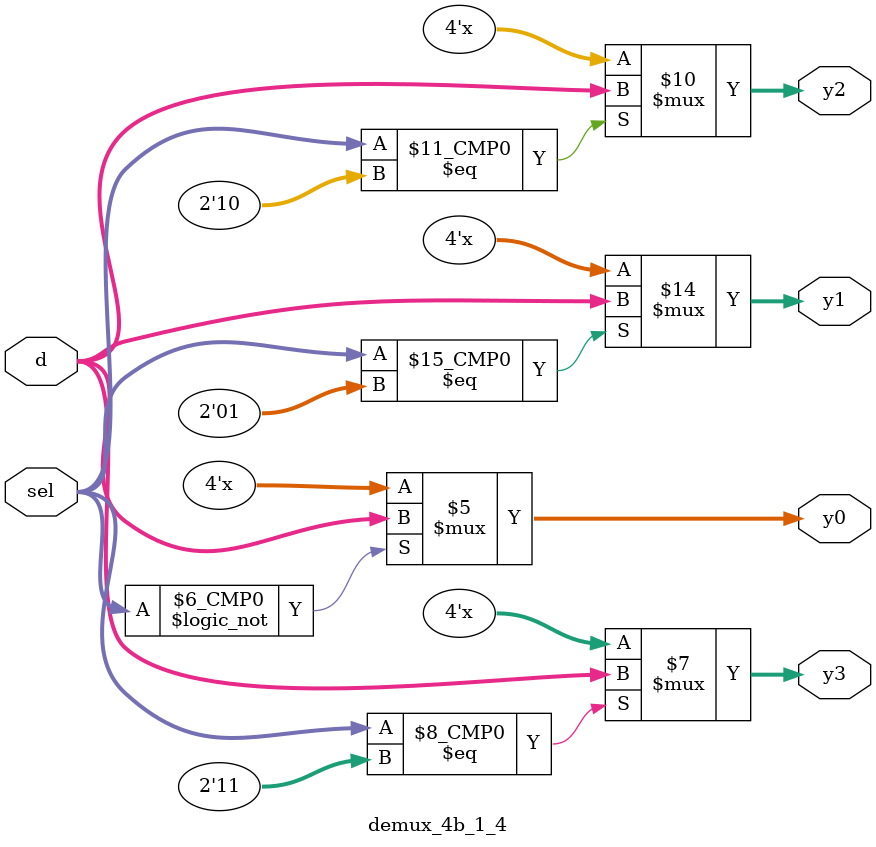
<source format=v>
module demux_4b_1_4(
	input wire [1:0] sel,
	input wire [3:0] d,
	output reg [3:0] y0, y1, y2, y3
);
always @(sel or d)
	case (sel)
		2'b00 : y0 = d;
		2'b01 : y1 = d;
		2'b10 : y2 = d;
		2'b11 : y3 = d;
	endcase
endmodule
</source>
